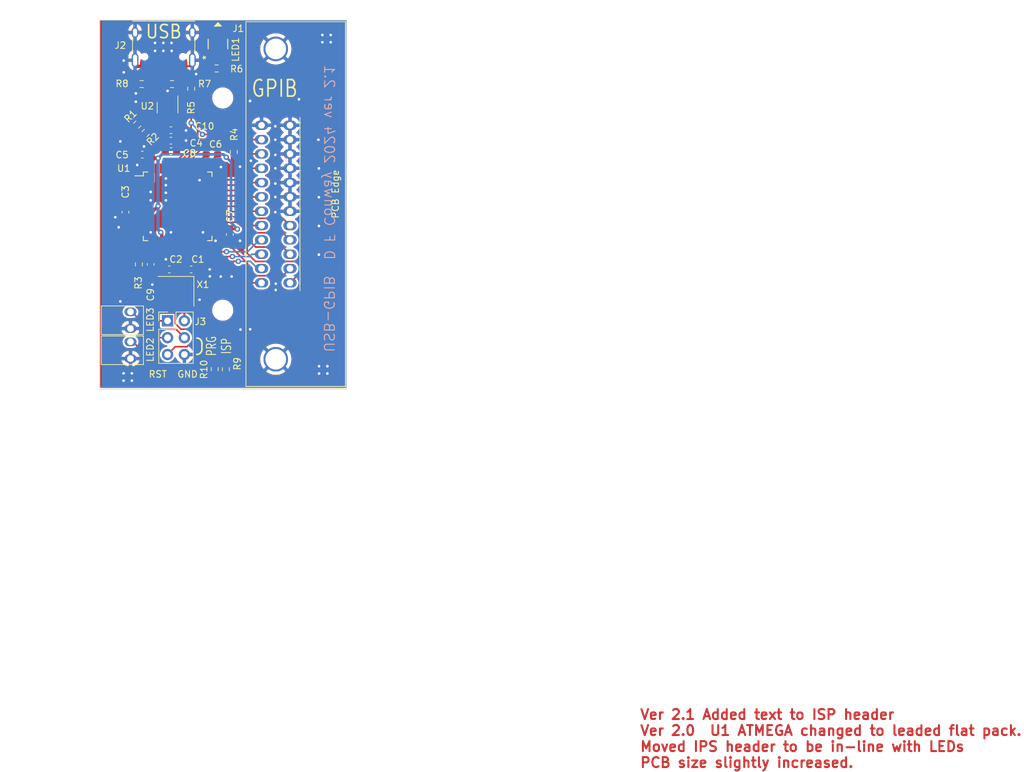
<source format=kicad_pcb>
(kicad_pcb (version 20240108) (generator "pcbnew") (generator_version "8.0")
  (title_block (title "USB - GPIB Adapter") (date "26 June 2023") (rev "C"))
  (layers (0 "F.Cu" signal) (31 "B.Cu" signal) (34 "B.Paste" user) (35 "F.Paste" user) (36 "B.SilkS" user "B.Silkscreen") (37 "F.SilkS" user "F.Silkscreen") (38 "B.Mask" user) (39 "F.Mask" user) (44 "Edge.Cuts" user))
  (net 0 "")
  (net 1 "GND")
  (net 8 "USB_D-")
  (net 9 "USB_D+")
  (net 10 "UCAP")
  (net 11 "VBUS")
  (net 12 "~{RESET}")
  (net 13 "XTAL2")
  (net 14 "XTAL1")
  (net 15 "DIO1")
  (net 16 "DIO2")
  (net 17 "DIO3")
  (net 18 "DIO4")
  (net 19 "EOI")
  (net 20 "DAV")
  (net 21 "NRFD")
  (net 22 "NDAC")
  (net 23 "IFC")
  (net 24 "SRQ")
  (net 25 "ATN")
  (net 26 "DIO5")
  (net 27 "DIO6")
  (net 28 "DIO7")
  (net 29 "DIO8")
  (net 30 "REN")
  (net 31 "CIPO")
  (net 32 "SCLK")
  (net 33 "COPI")
  (net 38 "/LED_GRN")
  (net 39 "/LED_RED")
  (net 40 "LED_G")
  (net 41 "LED_R")
  (net 42 "USB_R+")
  (net 43 "USB_R-")
  (net 44 "/CC1")
  (net 45 "/CC2")
  (net 46 "/LED_GR")
  (net 47 "/LED_RD")
  (footprint "Capacitor_SMD:C_0603_1608Metric_Pad1.08x0.95mm_HandSolder" (layer "F.Cu") (at 106.934 101.854)
    (property "Reference" "C2")
    (property "Value" "22pF")
  )
  (footprint "Resistor_SMD:R_0603_1608Metric_Pad0.98x0.95mm_HandSolder" (layer "F.Cu") (at 113.792 116.8908 -90)
    (property "Reference" "R10")
    (property "Value" "470R")
  )
  (footprint "Capacitor_SMD:C_0603_1608Metric_Pad1.08x0.95mm_HandSolder" (layer "F.Cu") (at 113.375 84.5 180)
    (property "Reference" "C6")
    (property "Value" "100n")
  )
  (footprint "Resistor_SMD:R_0603_1608Metric_Pad0.98x0.95mm_HandSolder" (layer "F.Cu") (at 107.35 73.914 180)
    (property "Reference" "R7")
    (property "Value" "5k1")
  )
  (footprint "Resistor_SMD:R_0603_1608Metric_Pad0.98x0.95mm_HandSolder" (layer "F.Cu") (at 102.775 73.914 180)
    (property "Reference" "R8")
    (property "Value" "5k1")
  )
  (footprint "Resistor_SMD:R_0603_1608Metric_Pad0.98x0.95mm_HandSolder" (layer "F.Cu") (at 115.4684 116.8927 -90)
    (property "Reference" "R9")
    (property "Value" "470R")
  )
  (footprint "Capacitor_SMD:C_0603_1608Metric_Pad1.08x0.95mm_HandSolder" (layer "F.Cu") (at 102.87 84.55 180)
    (property "Reference" "C5")
    (property "Value" "100n")
  )
  (footprint "MountingHole:MountingHole_2.7mm_M2.5_DIN965" (layer "F.Cu") (at 115 108.0008)
    (property "Reference" "H1" (hide yes))
    (property "Value" "MountingHole")
  )
  (footprint "Resistor_SMD:R_0603_1608Metric_Pad0.98x0.95mm_HandSolder" (layer "F.Cu") (at 102.108 80.01 -135)
    (property "Reference" "R1")
    (property "Value" "22R")
  )
  (footprint "Package_QFP:TQFP-44_10x10mm_P0.8mm" (layer "F.Cu") (at 108.204 92.34)
    (property "Reference" "U1")
    (property "Value" "ATmega32U4-M")
  )
  (footprint "MountingHole:MountingHole_2.7mm_M2.5_DIN965" (layer "F.Cu") (at 115 75.9968)
    (property "Reference" "H2" (hide yes))
    (property "Value" "MountingHole")
  )
  (footprint "LED_THT:LED_D3.0_Horizontal_Dialight_Z5mm" (layer "F.Cu") (at 101.092 114.046 -90)
    (property "Reference" "LED2")
    (property "Value" "551-0207F")
  )
  (footprint "Capacitor_SMD:C_0603_1608Metric_Pad1.08x0.95mm_HandSolder" (layer "F.Cu") (at 107.188 82.44)
    (property "Reference" "C4")
    (property "Value" "10u")
  )
  (footprint "Resistor_SMD:R_0603_1608Metric_Pad0.98x0.95mm_HandSolder" (layer "F.Cu") (at 103.378 81.28 -135)
    (property "Reference" "R2")
    (property "Value" "22R")
  )
  (footprint "Capacitor_SMD:C_0603_1608Metric_Pad1.08x0.95mm_HandSolder" (layer "F.Cu") (at 107.188 84.02)
    (property "Reference" "C8")
    (property "Value" "100n")
  )
  (footprint "Resistor_SMD:R_0603_1608Metric_Pad0.98x0.95mm_HandSolder" (layer "F.Cu") (at 114.075 71.55)
    (property "Reference" "R6")
    (property "Value" "470R")
  )
  (footprint "Connector_USB:USB_C_Receptacle_HRO_TYPE-C-31-M-12" (layer "F.Cu") (at 106.1 67.175 180)
    (property "Reference" "J2")
    (property "Value" "USB_C_Receptacle_USB2.0")
  )
  (footprint "LED_THT:LED_D3.0_Horizontal_Dialight_Z5mm" (layer "F.Cu") (at 101.092 109.52 -90)
    (property "Reference" "LED3")
    (property "Value" "551-0407F")
  )
  (footprint "myfootprints:112-024-113R001" (layer "F.Cu") (at 123 92 90)
    (property "Reference" "J1")
    (property "Value" "Conn_02x12_Top_Bottom_Shielded")
  )
  (footprint "Capacitor_SMD:C_0603_1608Metric_Pad1.08x0.95mm_HandSolder" (layer "F.Cu") (at 116.078 96.59 -90)
    (property "Reference" "C7")
    (property "Value" "100n")
  )
  (footprint "Capacitor_SMD:C_0603_1608Metric_Pad1.08x0.95mm_HandSolder" (layer "F.Cu") (at 110.236 101.854 180)
    (property "Reference" "C1")
    (property "Value" "22pF")
  )
  (footprint "LED_SMD:HSMF-C155" (layer "F.Cu") (at 114.28 67.87 90)
    (property "Reference" "LED1")
    (property "Value" "HSMF-C155" (hide yes))
  )
  (footprint "Capacitor_SMD:C_0603_1608Metric_Pad1.08x0.95mm_HandSolder" (layer "F.Cu") (at 107.188 80.86)
    (property "Reference" "C10")
    (property "Value" "100n")
  )
  (footprint "Package_TO_SOT_SMD:SOT-23-6" (layer "F.Cu") (at 106.68 77.47 -90)
    (property "Reference" "U2")
    (property "Value" "USBLC6-4SC6")
  )
  (footprint "Crystal:Crystal_SMD_3225-4Pin_3.2x2.5mm_HandSoldering" (layer "F.Cu") (at 107.95 105.156 180)
    (property "Reference" "X1")
    (property "Value" "Crystal | 16MHz")
  )
  (footprint "Capacitor_SMD:C_0603_1608Metric_Pad1.08x0.95mm_HandSolder" (layer "F.Cu") (at 104.14 101.092 -90)
    (property "Reference" "C9")
    (property "Value" "100n")
  )
  (footprint "Connector_PinHeader_2.54mm:PinHeader_2x03_P2.54mm_Vertical" (layer "F.Cu") (at 106.68 109.601)
    (property "Reference" "J3")
    (property "Value" "AVR-ISP-6")
  )
  (footprint "Resistor_SMD:R_0603_1608Metric_Pad0.98x0.95mm_HandSolder" (layer "F.Cu") (at 102.362 101.092 90)
    (property "Reference" "R3")
    (property "Value" "2k2")
  )
  (footprint "Capacitor_SMD:C_0603_1608Metric_Pad1.08x0.95mm_HandSolder" (layer "F.Cu") (at 100.33 93.218 -90)
    (property "Reference" "C3")
    (property "Value" "1u")
  )
  (footprint "Resistor_SMD:R_0603_1608Metric_Pad0.98x0.95mm_HandSolder" (layer "F.Cu") (at 116.675 84.15 -90)
    (property "Reference" "R4")
    (property "Value" "100k")
  )
  (footprint "Resistor_SMD:R_0603_1608Metric_Pad0.98x0.95mm_HandSolder" (layer "F.Cu") (at 110.25 74.6 90)
    (property "Reference" "R5")
    (property "Value" "470R")
  )
  (gr_arc (start 111.861472 113.894096) (mid 111.633015 114.445639) (end 111.081472 114.674096) (stroke (width 0.25)) (layer "F.SilkS"))
  (gr_arc (start 111.101472 112.198704) (mid 111.64022 112.434097) (end 111.861728 112.978704) (stroke (width 0.25)) (layer "F.SilkS"))
  (gr_line (start 111.861728 112.978704) (end 111.861472 113.894096) (stroke (width 0.25)) (layer "F.SilkS"))
  (gr_rect (start 96.4595 64.262) (end 133.6645 119.888) (stroke (width 0.1)) (fill none) (layer "Edge.Cuts"))
  (gr_text "Ver 2.1 Added text to ISP header\nVer 2.0  U1 ATMEGA changed to leaded flat pack.\nMoved IPS header to be in-line with LEDs\nPCB size slightly increased." (at 177.8 172.593 0) (layer "F.Cu") (effects (font (size 1.5 1.5) (thickness 0.3)) (justify left)))
  (gr_text "D F Conway 2024 ver 2.1" (at 131.064 85.6996 270) (layer "B.SilkS") (effects (font (size 1.5 1.5)) (justify mirror)))
  (gr_text "USB-GPIB" (at 131.0132 108.5596 -90) (layer "B.SilkS") (effects (font (size 1.5 1.5)) (justify mirror)))
  (gr_text "GPIB" (at 122.825 74.575 0) (layer "F.SilkS") (effects (font (size 2.5 2) (thickness 0.25))))
  (gr_text "USB" (at 106.1 66 0) (layer "F.SilkS") (effects (font (size 2 1.8) (thickness 0.25))))
  (gr_text "RST" (at 103.759 118.237 0) (layer "F.SilkS") (effects (font (size 1 1)) (justify left bottom)))
  (gr_text "GND" (at 108.077 118.237 0) (layer "F.SilkS") (effects (font (size 1 1)) (justify left bottom)))
  (gr_text "PRG\nISP" (at 114.427 113.411 90) (layer "F.SilkS") (effects (font (size 1.4 1))))
  (segment (start 113.075 102.885) (end 113.06 102.9) (width 0.3) (layer "F.Cu") (net 1))
  (segment (start 102.85 71.22) (end 101.78 71.22) (width 0.3) (layer "F.Cu") (net 1))
  (segment (start 101.8625 73.725) (end 101.9 73.7625) (width 0.25) (layer "F.Cu") (net 1))
  (segment (start 111.404 85.6085) (end 112.5125 84.5) (width 0.25) (layer "F.Cu") (net 1))
  (segment (start 106.68 76.3775) (end 106.67 76.3875) (width 0.25) (layer "F.Cu") (net 1))
  (segment (start 109.35 71.22) (end 110.42 71.22) (width 0.3) (layer "F.Cu") (net 1))
  (segment (start 111.404 86.64) (end 111.404 85.6085) (width 0.25) (layer "F.Cu") (net 1))
  (segment (start 106.68 74.93) (end 106.4375 74.6875) (width 0.25) (layer "F.Cu") (net 1))
  (segment (start 110.42 71.22) (end 110.42 70.305) (width 0.3) (layer "F.Cu") (net 1))
  (segment (start 101.9 73.7625) (end 101.9 75.3125) (width 0.25) (layer "F.Cu") (net 1))
  (segment (start 101.78 71.22) (end 101.78 70.305) (width 0.3) (layer "F.Cu") (net 1))
  (segment (start 106.4375 74.6875) (end 106.4375 73.7) (width 0.25) (layer "F.Cu") (net 1))
  (via (at 101.9 75.3125) (size 0.8) (drill 0.4) (layers "F.Cu" "B.Cu") (net 1))
  (via (at 106.68 74.93) (size 0.8) (drill 0.4) (layers "F.Cu" "B.Cu") (net 1))
  (via (at 122.936 88.9) (size 0.8) (drill 0.4) (layers "F.Cu" "B.Cu") (net 1))
  (via (at 129.5 95.3) (size 0.8) (drill 0.4) (layers "F.Cu" "B.Cu") (net 1))
  (via (at 131.275 67.6) (size 0.8) (drill 0.4) (layers "F.Cu" "B.Cu") (net 1))
  (via (at 130.775 117.55) (size 0.8) (drill 0.4) (layers "F.Cu" "B.Cu") (net 1))
  (via (at 100.076 70.358) (size 0.8) (drill 0.4) (layers "F.Cu" "B.Cu") (net 1))
  (via (at 104.8 67.7) (size 0.8) (drill 0.4) (layers "F.Cu" "B.Cu") (net 1))
  (via (at 99.314 95.504) (size 0.8) (drill 0.4) (layers "F.Cu" "B.Cu") (net 1))
  (via (at 106.426 100.33) (size 0.8) (drill 0.4) (layers "F.Cu" "B.Cu") (net 1))
  (via (at 107.275 67.7) (size 0.8) (drill 0.4) (layers "F.Cu" "B.Cu") (net 1))
  (via (at 109.474 82.42) (size 0.8) (drill 0.4) (layers "F.Cu" "B.Cu") (net 1))
  (via (at 114.73 86.41) (size 0.8) (drill 0.4) (layers "F.Cu" "B.Cu") (net 1))
  (via (at 129.525 116.45) (size 0.8) (drill 0.4) (layers "F.Cu" "B.Cu") (net 1))
  (via (at 106.05 67.7) (size 0.8) (drill 0.4) (layers "F.Cu" "B.Cu") (net 1))
  (via (at 103.124 83.312) (size 0.8) (drill 0.4) (layers "F.Cu" "B.Cu") (net 1))
  (via (at 113.919 97.536) (size 0.8) (drill 0.4) (layers "F.Cu" "B.Cu") (net 1))
  (via (at 106.05 68.9) (size 0.8) (drill 0.4) (layers "F.Cu" "B.Cu") (net 1))
  (via (at 122.936 84.582) (size 0.8) (drill 0.4) (layers "F.Cu" "B.Cu") (net 1))
  (via (at 106.426 88.138) (size 0.8) (drill 0.4) (layers "F.Cu" "B.Cu") (net 1))
  (via (at 122.936 90.932) (size 0.8) (drill 0.4) (layers "F.Cu" "B.Cu") (net 1))
  (via (at 106.426 90.297) (size 0.8) (drill 0.4) (layers "F.Cu" "B.Cu") (net 1))
  (via (at 100.05 117.525) (size 0.8) (drill 0.4) (layers "F.Cu" "B.Cu") (net 1))
  (via (at 130.025 66.5) (size 0.8) (drill 0.4) (layers "F.Cu" "B.Cu") (net 1))
  (via (at 112.014 96.266) (size 0.8) (drill 0.4) (layers "F.Cu" "B.Cu") (net 1))
  (via (at 100.076 72.136) (size 0.8) (drill 0.4) (layers "F.Cu" "B.Cu") (net 1))
  (via (at 110.998 72.39) (size 0.8) (drill 0.4) (layers "F.Cu" "B.Cu") (net 1))
  (via (at 104.8 68.9) (size 0.8) (drill 0.4) (layers "F.Cu" "B.Cu") (net 1))
  (via (at 129.5 86.625) (size 0.8) (drill 0.4) (layers "F.Cu" "B.Cu") (net 1))
  (via (at 99.568 106.68) (size 0.8) (drill 0.4) (layers "F.Cu" "B.Cu") (net 1))
  (via (at 119.253 85.471) (size 0.8) (drill 0.4) (layers "F.Cu" "B.Cu") (net 1))
  (via (at 101.3 117.525) (size 0.8) (drill 0.4) (layers "F.Cu" "B.Cu") (net 1))
  (via (at 126.492 76.2) (size 0.8) (drill 0.4) (layers "F.Cu" "B.Cu") (net 1))
  (via (at 113.06 102.9) (size 0.8) (drill 0.4) (layers "F.Cu" "B.Cu") (net 1))
  (via (at 107.188 96.266) (size 0.8) (drill 0.4) (layers "F.Cu" "B.Cu") (net 1))
  (via (at 101.9 76.5625) (size 0.8) (drill 0.4) (layers "F.Cu" "B.Cu") (net 1))
  (via (at 114.7 102.925) (size 0.8) (drill 0.4) (layers "F.Cu" "B.Cu") (net 1))
  (via (at 123 104) (size 0.8) (drill 0.4) (layers "F.Cu" "B.Cu") (net 1))
  (via (at 122.936 93.218) (size 0.8) (drill 0.4) (layers "F.Cu" "B.Cu") (net 1))
  (via (at 119.14 110.88) (size 0.8) (drill 0.4) (layers "F.Cu" "B.Cu") (net 1))
  (via (at 122.936 86.614) (size 0.8) (drill 0.4) (layers "F.Cu" "B.Cu") (net 1))
  (via (at 104.14 96.266) (size 0.8) (drill 0.4) (layers "F.Cu" "B.Cu") (net 1))
  (via (at 122.936 80.264) (size 0.8) (drill 0.4) (layers "F.Cu" "B.Cu") (net 1))
  (via (at 116.332 102.925) (size 0.8) (drill 0.4) (layers "F.Cu" "B.Cu") (net 1))
  (via (at 106.426 91.44) (size 0.8) (drill 0.4) (layers "F.Cu" "B.Cu") (net 1))
  (via (at 104.14 90.17) (size 0.8) (drill 0.4) (layers "F.Cu" "B.Cu") (net 1))
  (via (at 106.426 89.154) (size 0.8) (drill 0.4) (layers "F.Cu" "B.Cu") (net 1))
  (via (at 117.602 86.36) (size 0.8) (drill 0.4) (layers "F.Cu" "B.Cu") (net 1))
  (via (at 100.05 118.625) (size 0.8) (drill 0.4) (layers "F.Cu" "B.Cu") (net 1))
  (via (at 101.3 118.625) (size 0.8) (drill 0.4) (layers "F.Cu" "B.Cu") (net 1))
  (via (at 99.568 82.55) (size 0.8) (drill 0.4) (layers "F.Cu" "B.Cu") (net 1))
  (via (at 111.506 106.426) (size 0.8) (drill 0.4) (layers "F.Cu" "B.Cu") (net 1))
  (via (at 122.99 104.95) (size 0.8) (drill 0.4) (layers "F.Cu" "B.Cu") (net 1))
  (via (at 131.275 66.5) (size 0.8) (drill 0.4) (layers "F.Cu" "B.Cu") (net 1))
  (via (at 117.68 110.92) (size 0.8) (drill 0.4) (layers "F.Cu" "B.Cu") (net 1))
  (via (at 113.03 101.854) (size 0.8) (drill 0.4) (layers "F.Cu" "B.Cu") (net 1))
  (via (at 111.506 88.392) (size 0.8) (drill 0.4) (layers "F.Cu" "B.Cu") (net 1))
  (via (at 117.602 97.536) (size 0.8) (drill 0.4) (layers "F.Cu" "B.Cu") (net 1))
  (via (at 129.525 117.55) (size 0.8) (drill 0.4) (layers "F.Cu" "B.Cu") (net 1))
  (via (at 129.5 90.975) (size 0.8) (drill 0.4) (layers "F.Cu" "B.Cu") (net 1))
  (via (at 102.108 86.106) (size 0.8) (drill 0.4) (layers "F.Cu" "B.Cu") (net 1))
  (via (at 130.775 116.45) (size 0.8) (drill 0.4) (layers "F.Cu" "B.Cu") (net 1))
  (via (at 109.474 80.9) (size 0.8) (drill 0.4) (layers "F.Cu" "B.Cu") (net 1))
  (via (at 98.806 93.98) (size 0.8) (drill 0.4) (layers "F.Cu" "B.Cu") (net 1))
  (via (at 119.126 76.454) (size 0.8) (drill 0.4) (layers "F.Cu" "B.Cu") (net 1))
  (via (at 130.025 67.6) (size 0.8) (drill 0.4) (layers "F.Cu" "B.Cu") (net 1))
  (via (at 122.936 82.296) (size 0.8) (drill 0.4) (layers "F.Cu" "B.Cu") (net 1))
  (via (at 107.3 68.9) (size 0.8) (drill 0.4) (layers "F.Cu" "B.Cu") (net 1))
  (via (at 129.425 82.296) (size 0.8) (drill 0.4) (layers "F.Cu" "B.Cu") (net 1))
  (via (at 104.14 91.44) (size 0.8) (drill 0.4) (layers "F.Cu" "B.Cu") (net 1))
  (via (at 129.5 99.625) (size 0.8) (drill 0.4) (layers "F.Cu" "B.Cu") (net 1))
  (via (at 104.394 104.14) (size 0.8) (drill 0.4) (layers "F.Cu" "B.Cu") (net 1))
  (segment (start 100.476 89.242314) (end 101.173686 89.94) (width 0.2) (layer "F.Cu") (net 8))
  (segment (start 101.173686 89.94) (end 102.504 89.94) (width 0.2) (layer "F.Cu") (net 8))
  (segment (start 100.476 84.182) (end 100.476 89.242314) (width 0.2) (layer "F.Cu") (net 8))
  (segment (start 102.732765 81.925235) (end 100.476 84.182) (width 0.2) (layer "F.Cu") (net 8))
  (segment (start 100.076 89.407999) (end 100.076 84.016314) (width 0.2) (layer "F.Cu") (net 9))
  (segment (start 100.838 83.254314) (end 100.838 81.28) (width 0.2) (layer "F.Cu") (net 9))
  (segment (start 102.504 90.74) (end 101.408 90.74) (width 0.2) (layer "F.Cu") (net 9))
  (segment (start 101.408 90.74) (end 100.076 89.407999) (width 0.2) (layer "F.Cu") (net 9))
  (segment (start 100.076 84.016314) (end 100.838 83.254314) (width 0.2) (layer "F.Cu") (net 9))
  (segment (start 100.838 81.28) (end 101.462765 80.655235) (width 0.2) (layer "F.Cu") (net 9))
  (segment (start 102.504 92.34) (end 100.3455 92.34) (width 0.3) (layer "F.Cu") (net 10))
  (segment (start 100.3455 92.34) (end 100.33 92.3555) (width 0.3) (layer "F.Cu") (net 10))
  (segment (start 108.55 72.2) (end 108.55 71.22) (width 0.5) (layer "F.Cu") (net 11))
  (segment (start 116.110362 95.759862) (end 115.8905 95.54) (width 0.4) (layer "F.Cu") (net 11))
  (segment (start 105.804 96.406) (end 105.664 96.266) (width 0.5) (layer "F.Cu") (net 11))
  (segment (start 103.65 70.575) (end 104.5 69.725) (width 0.25) (layer "F.Cu") (net 11))
  (segment (start 106.3255 82.44) (end 106.3255 84.02) (width 0.5) (layer "F.Cu") (net 11))
  (segment (start 105.157 107.951) (end 108.713 107.951) (width 0.3) (layer "F.Cu") (net 11))
  (segment (start 108.713 107.951) (end 109.22 108.458) (width 0.3) (layer "F.Cu") (net 11))
  (segment (start 104.204 86.64) (end 104.204 85.64) (width 0.5) (layer "F.Cu") (net 11))
  (segment (start 104.754 85.09) (end 105.25 85.09) (width 0.5) (layer "F.Cu") (net 11))
  (segment (start 104.204 85.64) (end 104.754 85.09) (width 0.5) (layer "F.Cu") (net 11))
  (segment (start 102.362 105.156) (end 105.157 107.951) (width 0.3) (layer "F.Cu") (net 11))
  (segment (start 104.14 100.2295) (end 104.7485 100.2295) (width 0.3) (layer "F.Cu") (net 11))
  (segment (start 112.204 86.5335) (end 114.2375 84.5) (width 0.25) (layer "F.Cu") (net 11))
  (segment (start 105.25 85.09) (end 105.2555 85.09) (width 0.4) (layer "F.Cu") (net 11))
  (segment (start 104.406 93.14) (end 105.25 92.296) (width 0.5) (layer "F.Cu") (net 11))
  (segment (start 106.68 78.6075) (end 106.68 79.72) (width 0.5) (layer "F.Cu") (net 11))
  (segment (start 105.804 99.174) (end 105.804 98.04) (width 0.3) (layer "F.Cu") (net 11))
  (segment (start 115.5375 84.9375) (end 115.1 84.5) (width 0.4) (layer "F.Cu") (net 11))
  (segment (start 102.362 102.0045) (end 102.365 102.0045) (width 0.25) (layer "F.Cu") (net 11))
  (segment (start 117.210076 95.759862) (end 116.110362 95.759862) (width 0.4) (layer "F.Cu") (net 11))
  (segment (start 102.504 93.14) (end 104.406 93.14) (width 0.5) (layer "F.Cu") (net 11))
  (segment (start 109.25 79.218) (end 109.25 72.9) (width 0.5) (layer "F.Cu") (net 11))
  (segment (start 115.8905 95.54) (end 113.904 95.54) (width 0.4) (layer "F.Cu") (net 11))
  (segment (start 103.65 71.22) (end 103.65 70.575) (width 0.25) (layer "F.Cu") (net 11))
  (segment (start 104.902 85.09) (end 104.362 84.55) (width 0.4) (layer "F.Cu") (net 11))
  (segment (start 106.68 79.72) (end 108.748 79.72) (width 0.5) (layer "F.Cu") (net 11))
  (segment (start 102.365 102.0045) (end 104.14 100.2295) (width 0.3) (layer "F.Cu") (net 11))
  (segment (start 102.362 102.0045) (end 102.362 105.156) (width 0.3) (layer "F.Cu") (net 11))
  (segment (start 104.5 69.725) (end 107.7 69.725) (width 0.25) (layer "F.Cu") (net 11))
  (segment (start 106.3255 80.1105) (end 106.3255 80.86) (width 0.5) (layer "F.Cu") (net 11))
  (segment (start 105.25 85.09) (end 104.902 85.09) (width 0.4) (layer "F.Cu") (net 11))
  (segment (start 108.55 70.575) (end 108.55 71.22) (width 0.25) (layer "F.Cu") (net 11))
  (segment (start 106.3255 80.86) (end 106.3255 82.44) (width 0.5) (layer "F.Cu") (net 11))
  (segment (start 105.804 98.04) (end 105.804 96.406) (width 0.5) (layer "F.Cu") (net 11))
  (segment (start 103.646 89.14) (end 104.204 88.582) (width 0.5) (layer "F.Cu") (net 11))
  (segment (start 115.1 84.5) (end 114.2375 84.5) (width 0.4) (layer "F.Cu") (net 11))
  (segment (start 107.7 69.725) (end 108.55 70.575) (width 0.25) (layer "F.Cu") (net 11))
  (segment (start 105.2555 85.09) (end 106.3255 84.02) (width 0.4) (layer "F.Cu") (net 11))
  (segment (start 104.7485 100.2295) (end 105.804 99.174) (width 0.3) (layer "F.Cu") (net 11))
  (segment (start 106.68 79.72) (end 106.68 79.756) (width 0.5) (layer "F.Cu") (net 11))
  (segment (start 104.204 88.582) (end 104.204 86.64) (width 0.5) (layer "F.Cu") (net 11))
  (segment (start 104.362 84.55) (end 103.7325 84.55) (width 0.4) (layer "F.Cu") (net 11))
  (segment (start 109.25 72.9) (end 108.55 72.2) (width 0.5) (layer "F.Cu") (net 11))
  (segment (start 108.748 79.72) (end 109.25 79.218) (width 0.5) (layer "F.Cu") (net 11))
  (segment (start 112.204 86.64) (end 112.204 86.5335) (width 0.25) (layer "F.Cu") (net 11))
  (segment (start 102.504 89.14) (end 103.646 89.14) (width 0.5) (layer "F.Cu") (net 11))
  (segment (start 106.68 79.756) (end 106.3255 80.1105) (width 0.5) (layer "F.Cu") (net 11))
  (segment (start 109.22 108.458) (end 109.22 109.601) (width 0.3) (layer "F.Cu") (net 11))
  (via (at 105.25 92.296) (size 0.8) (drill 0.4) (layers "F.Cu" "B.Cu") (net 11))
  (via (at 105.664 96.266) (size 0.8) (drill 0.4) (layers "F.Cu" "B.Cu") (net 11))
  (via (at 117.210076 95.759862) (size 0.8) (drill 0.4) (layers "F.Cu" "B.Cu") (net 11))
  (via (at 115.5375 84.9375) (size 0.8) (drill 0.4) (layers "F.Cu" "B.Cu") (net 11))
  (via (at 105.25 85.09) (size 0.8) (drill 0.4) (layers "F.Cu" "B.Cu") (net 11))
  (segment (start 105.25 92.296) (end 105.25 95.852) (width 0.5) (layer "B.Cu") (net 11))
  (segment (start 116.25 85.65) (end 115.5375 84.9375) (width 0.4) (layer "B.Cu") (net 11))
  (segment (start 117.210076 95.759862) (end 116.25 94.799786) (width 0.4) (layer "B.Cu") (net 11))
  (segment (start 105.25 95.852) (end 105.664 96.266) (width 0.5) (layer "B.Cu") (net 11))
  (segment (start 105.25 85.09) (end 105.84 84.5) (width 0.4) (layer "B.Cu") (net 11))
  (segment (start 116.25 94.799786) (end 116.25 85.65) (width 0.4) (layer "B.Cu") (net 11))
  (segment (start 105.84 84.5) (end 115.1 84.5) (width 0.4) (layer "B.Cu") (net 11))
  (segment (start 105.25 85.09) (end 105.25 92.296) (width 0.5) (layer "B.Cu") (net 11))
  (segment (start 115.1 84.5) (end 115.5375 84.9375) (width 0.4) (layer "B.Cu") (net 11))
  (segment (start 107.855 108.426) (end 107.855 110.014) (width 0.25) (layer "F.Cu") (net 12))
  (segment (start 101.346 104.900604) (end 104.871396 108.426) (width 0.25) (layer "F.Cu") (net 12))
  (segment (start 104.595 99.367) (end 105.004 98.958) (width 0.25) (layer "F.Cu") (net 12))
  (segment (start 108.712 110.871) (end 109.733351 110.871) (width 0.25) (layer "F.Cu") (net 12))
  (segment (start 103.124 99.367) (end 104.595 99.367) (width 0.25) (layer "F.Cu") (net 12))
  (segment (start 104.871396 108.426) (end 107.855 108.426) (width 0.25) (layer "F.Cu") (net 12))
  (segment (start 105.004 98.958) (end 105.004 98.04) (width 0.25) (layer "F.Cu") (net 12))
  (segment (start 107.855 113.506) (end 106.68 114.681) (width 0.25) (layer "F.Cu") (net 12))
  (segment (start 107.855 110.014) (end 108.712 110.871) (width 0.25) (layer "F.Cu") (net 12))
  (segment (start 109.733351 110.871) (end 110.49 111.627649) (width 0.25) (layer "F.Cu") (net 12))
  (segment (start 102.362 100.1795) (end 102.362 100.129) (width 0.25) (layer "F.Cu") (net 12))
  (segment (start 102.362 100.1795) (end 102.362 100.203) (width 0.25) (layer "F.Cu") (net 12))
  (segment (start 109.633 113.506) (end 107.855 113.506) (width 0.25) (layer "F.Cu") (net 12))
  (segment (start 110.49 111.627649) (end 110.49 112.649) (width 0.25) (layer "F.Cu") (net 12))
  (segment (start 102.362 100.203) (end 101.346 101.219) (width 0.25) (layer "F.Cu") (net 12))
  (segment (start 101.346 101.219) (end 101.346 104.900604) (width 0.25) (layer "F.Cu") (net 12))
  (segment (start 102.362 100.129) (end 103.124 99.367) (width 0.25) (layer "F.Cu") (net 12))
  (segment (start 110.49 112.649) (end 109.633 113.506) (width 0.25) (layer "F.Cu") (net 12))
  (segment (start 106.5 106.306) (end 106.8 106.306) (width 0.25) (layer "F.Cu") (net 13))
  (segment (start 107.95 102.0075) (end 107.7965 101.854) (width 0.25) (layer "F.Cu") (net 13))
  (segment (start 106.8 106.306) (end 107.95 105.156) (width 0.25) (layer "F.Cu") (net 13))
  (segment (start 107.95 105.156) (end 107.95 102.0075) (width 0.25) (layer "F.Cu") (net 13))
  (segment (start 107.7965 100.331) (end 107.7965 101.854) (width 0.25) (layer "F.Cu") (net 13))
  (segment (start 107.404 99.9385) (end 107.7965 100.331) (width 0.25) (layer "F.Cu") (net 13))
  (segment (start 107.404 98.04) (end 107.404 99.9385) (width 0.25) (layer "F.Cu") (net 13))
  (segment (start 109.3735 103.9795) (end 109.4 104.006) (width 0.25) (layer "F.Cu") (net 14))
  (segment (start 109.3735 100.7375) (end 109.3735 101.854) (width 0.25) (layer "F.Cu") (net 14))
  (segment (start 108.204 99.568) (end 109.3735 100.7375) (width 0.25) (layer "F.Cu") (net 14))
  (segment (start 108.204 98.04) (end 108.204 99.568) (width 0.25) (layer "F.Cu") (net 14))
  (segment (start 109.3735 101.854) (end 109.3735 103.9795) (width 0.25) (layer "F.Cu") (net 14))
  (segment (start 109.004 99.098) (end 109.004 98.04) (width 0.25) (layer "F.Cu") (net 15))
  (segment (start 120.855 103.88) (end 119.374 103.88) (width 0.25) (layer "F.Cu") (net 15))
  (segment (start 114.922957 101.092) (end 114.367604 100.536647) (width 0.25) (layer "F.Cu") (net 15))
  (segment (start 110.442647 100.536647) (end 109.004 99.098) (width 0.25) (layer "F.Cu") (net 15))
  (segment (start 119.374 103.88) (end 116.586 101.092) (width 0.25) (layer "F.Cu") (net 15))
  (segment (start 114.367604 100.536647) (end 110.442647 100.536647) (width 0.25) (layer "F.Cu") (net 15))
  (segment (start 116.586 101.092) (end 114.922957 101.092) (width 0.25) (layer "F.Cu") (net 15))
  (segment (start 114.554 100.086647) (end 110.754647 100.086647) (width 0.25) (layer "F.Cu") (net 16))
  (segment (start 115.103 100.635647) (end 114.554 100.086647) (width 0.25) (layer "F.Cu") (net 16))
  (segment (start 109.804 99.136) (end 109.804 98.04) (width 0.25) (layer "F.Cu") (net 16))
  (segment (start 117.348 100.635647) (end 115.103 100.635647) (width 0.25) (layer "F.Cu") (net 16))
  (segment (start 110.754647 100.086647) (end 109.804 99.136) (width 0.25) (layer "F.Cu") (net 16))
  (via (at 117.348 100.635647) (size 0.8) (drill 0.4) (layers "F.Cu" "B.Cu") (net 16))
  (segment (start 120.262 101.72) (end 120.855 101.72) (width 0.25) (layer "B.Cu") (net 16))
  (segment (start 117.348 100.635647) (end 119.177647 100.635647) (width 0.25) (layer "B.Cu") (net 16))
  (segment (start 119.177647 100.635647) (end 120.262 101.72) (width 0.25) (layer "B.Cu") (net 16))
  (segment (start 116.459355 99.911147) (end 116.459855 99.911647) (width 0.25) (layer "F.Cu") (net 17))
  (segment (start 111.066647 99.636647) (end 110.604 99.174) (width 0.25) (layer "F.Cu") (net 17))
  (segment (start 115.142342 99.911647) (end 114.867342 99.636647) (width 0.25) (layer "F.Cu") (net 17))
  (segment (start 110.604 99.174) (end 110.604 98.04) (width 0.25) (layer "F.Cu") (net 17))
  (segment (start 116.459855 99.911647) (end 115.142342 99.911647) (width 0.25) (layer "F.Cu") (net 17))
  (segment (start 114.867342 99.636647) (end 111.066647 99.636647) (width 0.25) (layer "F.Cu") (net 17))
  (via (at 116.459355 99.911147) (size 0.8) (drill 0.4) (layers "F.Cu" "B.Cu") (net 17))
  (segment (start 116.459355 99.911147) (end 119.036853 99.911147) (width 0.25) (layer "B.Cu") (net 17))
  (segment (start 119.036853 99.911147) (end 119.388 99.56) (width 0.25) (layer "B.Cu") (net 17))
  (segment (start 119.388 99.56) (end 120.855 99.56) (width 0.25) (layer "B.Cu") (net 17))
  (segment (start 115.57 99.186647) (end 111.632647 99.186647) (width 0.25) (layer "F.Cu") (net 18))
  (segment (start 111.404 98.958) (end 111.404 98.04) (width 0.25) (layer "F.Cu") (net 18))
  (segment (start 111.632647 99.186647) (end 111.404 98.958) (width 0.25) (layer "F.Cu") (net 18))
  (via (at 115.57 99.186647) (size 0.8) (drill 0.4) (layers "F.Cu" "B.Cu") (net 18))
  (segment (start 118.745353 99.186647) (end 120.532 97.4) (width 0.25) (layer "B.Cu") (net 18))
  (segment (start 120.532 97.4) (end 120.855 97.4) (width 0.25) (layer "B.Cu") (net 18))
  (segment (start 115.57 99.186647) (end 118.745353 99.186647) (width 0.25) (layer "B.Cu") (net 18))
  (segment (start 119.624 95.24) (end 120.855 95.24) (width 0.25) (layer "F.Cu") (net 19))
  (segment (start 116.724 92.34) (end 119.624 95.24) (width 0.25) (layer "F.Cu") (net 19))
  (segment (start 113.904 92.34) (end 116.724 92.34) (width 0.25) (layer "F.Cu") (net 19))
  (segment (start 113.904 90.74) (end 117.030396 90.74) (width 0.25) (layer "F.Cu") (net 20))
  (segment (start 119.370396 93.08) (end 120.83 93.08) (width 0.25) (layer "F.Cu") (net 20))
  (segment (start 117.030396 90.74) (end 119.370396 93.08) (width 0.25) (layer "F.Cu") (net 20))
  (segment (start 113.904 89.94) (end 118.134 89.94) (width 0.25) (layer "F.Cu") (net 21))
  (segment (start 118.134 89.94) (end 119.114 90.92) (width 0.25) (layer "F.Cu") (net 21))
  (segment (start 119.114 90.92) (end 120.855 90.92) (width 0.25) (layer "F.Cu") (net 21))
  (segment (start 118.886 89.14) (end 113.904 89.14) (width 0.25) (layer "F.Cu") (net 22))
  (segment (start 119.266 88.76) (end 118.886 89.14) (width 0.25) (layer "F.Cu") (net 22))
  (segment (start 120.855 88.76) (end 119.266 88.76) (width 0.25) (layer "F.Cu") (net 22))
  (segment (start 119.265604 86.6) (end 120.855 86.6) (width 0.25) (layer "F.Cu") (net 23))
  (segment (start 117.525604 88.34) (end 119.265604 86.6) (width 0.25) (layer "F.Cu") (net 23))
  (segment (start 113.904 88.34) (end 117.525604 88.34) (width 0.25) (layer "F.Cu") (net 23))
  (segment (start 110.604 84.853188) (end 111.757188 83.7) (width 0.25) (layer "F.Cu") (net 24))
  (segment (start 111.757188 83.7) (end 115.525 83.7) (width 0.25) (layer "F.Cu") (net 24))
  (segment (start 110.604 86.64) (end 110.604 84.853188) (width 0.25) (layer "F.Cu") (net 24))
  (segment (start 115.525 83.7) (end 115.925 84.1) (width 0.25) (layer "F.Cu") (net 24))
  (segment (start 119.5595 84.44) (end 120.855 84.44) (width 0.25) (layer "F.Cu") (net 24))
  (segment (start 115.925 84.1) (end 119.2195 84.1) (width 0.25) (layer "F.Cu") (net 24))
  (segment (start 119.2195 84.1) (end 119.5595 84.44) (width 0.25) (layer "F.Cu") (net 24))
  (segment (start 118.625 83.25) (end 116.6875 83.25) (width 0.25) (layer "F.Cu") (net 25))
  (segment (start 111.570792 83.25) (end 116.686396 83.25) (width 0.25) (layer "F.Cu") (net 25))
  (segment (start 119.595 82.28) (end 118.625 83.25) (width 0.25) (layer "F.Cu") (net 25))
  (segment (start 109.804 86.64) (end 109.804 85.016792) (width 0.25) (layer "F.Cu") (net 25))
  (segment (start 120.855 82.28) (end 119.595 82.28) (width 0.25) (layer "F.Cu") (net 25))
  (segment (start 116.6875 83.25) (end 116.675 83.2375) (width 0.25) (layer "F.Cu") (net 25))
  (segment (start 109.804 85.016792) (end 111.570792 83.25) (width 0.25) (layer "F.Cu") (net 25))
  (segment (start 126.175 100.65) (end 126.7 101.175) (width 0.25) (layer "F.Cu") (net 26))
  (segment (start 113.904 94.74) (end 117.214812 94.74) (width 0.25) (layer "F.Cu") (net 26))
  (segment (start 118.676 99.386) (end 119.94 100.65) (width 0.25) (layer "F.Cu") (net 26))
  (segment (start 117.214812 94.74) (end 118.676 96.201188) (width 0.25) (layer "F.Cu") (net 26))
  (segment (start 126.7 102.325) (end 125.145 103.88) (width 0.25) (layer "F.Cu") (net 26))
  (segment (start 126.7 101.175) (end 126.7 102.325) (width 0.25) (layer "F.Cu") (net 26))
  (segment (start 118.676 96.201188) (end 118.676 99.386) (width 0.25) (layer "F.Cu") (net 26))
  (segment (start 119.94 100.65) (end 126.175 100.65) (width 0.25) (layer "F.Cu") (net 26))
  (segment (start 119.97 102.8) (end 124.065 102.8) (width 0.25) (layer "F.Cu") (net 27))
  (segment (start 112.204 98.04) (end 112.772 98.04) (width 0.25) (layer "F.Cu") (net 27))
  (segment (start 113.193647 98.461647) (end 116.250952 98.461647) (width 0.25) (layer "F.Cu") (net 27))
  (segment (start 112.772 98.04) (end 113.193647 98.461647) (width 0.25) (layer "F.Cu") (net 27))
  (segment (start 116.250952 98.461647) (end 118.725 100.935695) (width 0.25) (layer "F.Cu") (net 27))
  (segment (start 124.065 102.8) (end 125.145 101.72) (width 0.25) (layer "F.Cu") (net 27))
  (segment (start 118.725 101.555) (end 119.97 102.8) (width 0.25) (layer "F.Cu") (net 27))
  (segment (start 118.725 100.935695) (end 118.725 101.555) (width 0.25) (layer "F.Cu") (net 27))
  (segment (start 119.126 97.648302) (end 119.952698 98.475) (width 0.25) (layer "F.Cu") (net 28))
  (segment (start 119.952698 98.475) (end 124.06 98.475) (width 0.25) (layer "F.Cu") (net 28))
  (segment (start 124.06 98.475) (end 125.145 99.56) (width 0.25) (layer "F.Cu") (net 28))
  (segment (start 119.126 96.014792) (end 119.126 97.648302) (width 0.25) (layer "F.Cu") (net 28))
  (segment (start 113.904 93.94) (end 117.051208 93.94) (width 0.25) (layer "F.Cu") (net 28))
  (segment (start 117.051208 93.94) (end 119.126 96.014792) (width 0.25) (layer "F.Cu") (net 28))
  (segment (start 120.072604 96.325) (end 124.07 96.325) (width 0.25) (layer "F.Cu") (net 29))
  (segment (start 116.887604 93.14) (end 120.072604 96.325) (width 0.25) (layer "F.Cu") (net 29))
  (segment (start 113.904 93.14) (end 116.887604 93.14) (width 0.25) (layer "F.Cu") (net 29))
  (segment (start 124.07 96.325) (end 125.145 97.4) (width 0.25) (layer "F.Cu") (net 29))
  (segment (start 116.94 91.54) (end 119.55 94.15) (width 0.25) (layer "F.Cu") (net 30))
  (segment (start 124.055 94.15) (end 125.145 95.24) (width 0.25) (layer "F.Cu") (net 30))
  (segment (start 113.904 91.54) (end 116.94 91.54) (width 0.25) (layer "F.Cu") (net 30))
  (segment (start 119.55 94.15) (end 124.055 94.15) (width 0.25) (layer "F.Cu") (net 30))
  (segment (start 101.526 96.34) (end 100.896 96.97) (width 0.25) (layer "F.Cu") (net 31))
  (segment (start 100.896 105.087) (end 105.41 109.601) (width 0.25) (layer "F.Cu") (net 31))
  (segment (start 102.504 96.34) (end 101.526 96.34) (width 0.25) (layer "F.Cu") (net 31))
  (segment (start 100.896 96.97) (end 100.896 105.087) (width 0.25) (layer "F.Cu") (net 31))
  (segment (start 105.41 109.601) (end 106.68 109.601) (width 0.25) (layer "F.Cu") (net 31))
  (segment (start 99.996 96.355305) (end 99.996 105.515142) (width 0.25) (layer "F.Cu") (net 32))
  (segment (start 105.283 112.141) (end 106.68 112.141) (width 0.25) (layer "F.Cu") (net 32))
  (segment (start 99.996 105.515142) (end 103.055 108.574142) (width 0.25) (layer "F.Cu") (net 32))
  (segment (start 103.055 108.574142) (end 103.055 109.913) (width 0.25) (layer "F.Cu") (net 32))
  (segment (start 102.504 94.74) (end 101.611305 94.74) (width 0.25) (layer "F.Cu") (net 32))
  (segment (start 103.055 109.913) (end 105.283 112.141) (width 0.25) (layer "F.Cu") (net 32))
  (segment (start 101.611305 94.74) (end 99.996 96.355305) (width 0.25) (layer "F.Cu") (net 32))
  (segment (start 100.446 105.328746) (end 103.505 108.387746) (width 0.25) (layer "F.Cu") (net 33))
  (segment (start 105.664 110.871) (end 107.95 110.871) (width 0.25) (layer "F.Cu") (net 33))
  (segment (start 100.446 96.658) (end 100.446 105.328746) (width 0.25) (layer "F.Cu") (net 33))
  (segment (start 101.564 95.54) (end 100.446 96.658) (width 0.25) (layer "F.Cu") (net 33))
  (segment (start 103.505 108.712) (end 105.664 110.871) (width 0.25) (layer "F.Cu") (net 33))
  (segment (start 102.504 95.54) (end 101.564 95.54) (width 0.25) (layer "F.Cu") (net 33))
  (segment (start 103.505 108.387746) (end 103.505 108.712) (width 0.25) (layer "F.Cu") (net 33))
  (segment (start 107.95 110.871) (end 109.22 112.141) (width 0.25) (layer "F.Cu") (net 33))
  (segment (start 113.58 69.62) (end 112.78 69.62) (width 0.25) (layer "F.Cu") (net 38))
  (segment (start 112.78 69.62) (end 112.2 70.2) (width 0.25) (layer "F.Cu") (net 38))
  (segment (start 112.2 72.763604) (end 111.276104 73.6875) (width 0.25) (layer "F.Cu") (net 38))
  (segment (start 112.2 70.2) (end 112.2 72.763604) (width 0.25) (layer "F.Cu") (net 38))
  (segment (start 111.276104 73.6875) (end 110.25 73.6875) (width 0.25) (layer "F.Cu") (net 38))
  (segment (start 114.9875 71.55) (end 114.9875 69.627499) (width 0.25) (layer "F.Cu") (net 39))
  (segment (start 114.9875 69.627499) (end 114.980001 69.62) (width 0.25) (layer "F.Cu") (net 39))
  (segment (start 119.761 77.47) (end 126.492 77.47) (width 0.25) (layer "F.Cu") (net 40))
  (segment (start 110.25 79.775) (end 110.25 75.5125) (width 0.25) (layer "F.Cu") (net 40))
  (segment (start 115.4684 115.9764) (end 115.4684 115.9802) (width 0.25) (layer "F.Cu") (net 40))
  (segment (start 120.4525 112.2575) (end 119.1873 112.2575) (width 0.25) (layer "F.Cu") (net 40))
  (segment (start 108.204 85.344) (end 110.236 83.312) (width 0.25) (layer "F.Cu") (net 40))
  (segment (start 115.731 81.5) (end 119.761 77.47) (width 0.25) (layer "F.Cu") (net 40))
  (segment (start 108.204 86.64) (end 108.204 85.344) (width 0.25) (layer "F.Cu") (net 40))
  (segment (start 110.236 79.789) (end 110.25 79.775) (width 0.25) (layer "F.Cu") (net 40))
  (segment (start 126.492 77.47) (end 127.958 78.936) (width 0.25) (layer "F.Cu") (net 40))
  (segment (start 111.9495 81.5) (end 115.731 81.5) (width 0.25) (layer "F.Cu") (net 40))
  (segment (start 127.958 78.936) (end 127.958 104.752) (width 0.25) (layer "F.Cu") (net 40))
  (segment (start 110.236 83.312) (end 110.236 79.789) (width 0.25) (layer "F.Cu") (net 40))
  (segment (start 127.958 104.752) (end 120.4525 112.2575) (width 0.25) (layer "F.Cu") (net 40))
  (segment (start 119.1873 112.2575) (end 115.4684 115.9764) (width 0.25) (layer "F.Cu") (net 40))
  (via (at 110.25 79.775) (size 0.8) (drill 0.4) (layers "F.Cu" "B.Cu") (net 40))
  (via (at 111.9495 81.5) (size 0.8) (drill 0.4) (layers "F.Cu" "B.Cu") (net 40))
  (segment (start 111.9495 81.5) (end 110.25 79.8005) (width 0.25) (layer "B.Cu") (net 40))
  (segment (start 110.25 79.8005) (end 110.25 79.775) (width 0.25) (layer "B.Cu") (net 40))
  (segment (start 109.004 86.64) (end 109.004 85.180396) (width 0.25) (layer "F.Cu") (net 41))
  (segment (start 111.225 82.959396) (end 111.225 82.175) (width 0.25) (layer "F.Cu") (net 41))
  (segment (start 113.1625 72.4375) (end 113.1625 71.55) (width 0.25) (layer "F.Cu") (net 41))
  (segment (start 126.178604 78.047) (end 127.508 79.376396) (width 0.25) (layer "F.Cu") (net 41))
  (segment (start 111.275 82.225) (end 115.768 82.225) (width 0.25) (layer "F.Cu") (net 41))
  (segment (start 120.266104 111.8075) (end 117.9609 111.8075) (width 0.25) (layer "F.Cu") (net 41))
  (segment (start 127.508 104.565604) (end 120.266104 111.8075) (width 0.25) (layer "F.Cu") (net 41))
  (segment (start 111.225 82.175) (end 111.225 74.375) (width 0.25) (layer "F.Cu") (net 41))
  (segment (start 127.508 79.376396) (end 127.508 104.565604) (width 0.25) (layer "F.Cu") (net 41))
  (segment (start 117.9609 111.8075) (end 113.792 115.9764) (width 0.25) (layer "F.Cu") (net 41))
  (segment (start 111.225 74.375) (end 113.1625 72.4375) (width 0.25) (layer "F.Cu") (net 41))
  (segment (start 109.004 85.180396) (end 111.225 82.959396) (width 0.25) (layer "F.Cu") (net 41))
  (segment (start 113.792 115.9764) (end 113.792 115.9783) (width 0.25) (layer "F.Cu") (net 41))
  (segment (start 111.225 82.175) (end 111.275 82.225) (width 0.25) (layer "F.Cu") (net 41))
  (segment (start 119.946 78.047) (end 126.178604 78.047) (width 0.25) (layer "F.Cu") (net 41))
  (segment (start 115.768 82.225) (end 119.946 78.047) (width 0.25) (layer "F.Cu") (net 41))
  (segment (start 105.535 74.801) (end 105.72 74.986) (width 0.2) (layer "F.Cu") (net 42))
  (segment (start 106.35 72.192) (end 106.347 72.195) (width 0.2) (layer "F.Cu") (net 42))
  (segment (start 105.72 74.986) (end 105.72 76.398) (width 0.2) (layer "F.Cu") (net 42))
  (segment (start 105.35 71.22) (end 105.35 72.175) (width 0.2) (layer "F.Cu") (net 42))
  (segment (start 106.182 72.36) (end 105.535 72.36) (width 0.2) (layer "F.Cu") (net 42))
  (segment (start 106.35 71.8825) (end 106.35 72.192) (width 0.2) (layer "F.Cu") (net 42))
  (segment (start 105.72 76.398) (end 102.753235 79.364765) (width 0.2) (layer "F.Cu") (net 42))
  (segment (start 106.347 72.195) (end 106.182 72.36) (width 0.2) (layer "F.Cu") (net 42))
  (segment (start 105.535 72.36) (end 105.35 72.175) (width 0.2) (layer "F.Cu") (net 42))
  (segment (start 105.535 72.36) (end 105.535 74.801) (width 0.2) (layer "F.Cu") (net 42))
  (segment (start 107.442 72.818041) (end 106.85 72.226041) (width 0.2) (layer "F.Cu") (net 43))
  (segment (start 107.442 77.47) (end 107.62 77.292) (width 0.2) (layer "F.Cu") (net 43))
  (segment (start 105.85 71.22) (end 105.85 70.375) (width 0.2) (layer "F.Cu") (net 43))
  (segment (start 106.675 70.15) (end 106.85 70.325) (width 0.2) (layer "F.Cu") (net 43))
  (segment (start 104.023235 78.917451) (end 105.470686 77.47) (width 0.2) (layer "F.Cu") (net 43))
  (segment (start 105.470686 77.47) (end 107.442 77.47) (width 0.2) (layer "F.Cu") (net 43))
  (segment (start 107.62 77.292) (end 107.62 75.235) (width 0.2) (layer "F.Cu") (net 43))
  (segment (start 107.442 75.057) (end 107.442 72.818041) (width 0.2) (layer "F.Cu") (net 43))
  (segment (start 106.85 70.325) (end 106.85 71.22) (width 0.2) (layer "F.Cu") (net 43))
  (segment (start 106.85 72.226041) (end 106.85 71.22) (width 0.2) (layer "F.Cu") (net 43))
  (segment (start 106.075 70.15) (end 106.675 70.15) (width 0.2) (layer "F.Cu") (net 43))
  (segment (start 104.023235 80.634765) (end 104.023235 78.917451) (width 0.2) (layer "F.Cu") (net 43))
  (segment (start 107.62 75.235) (end 107.442 75.057) (width 0.2) (layer "F.Cu") (net 43))
  (segment (start 105.85 70.375) (end 106.075 70.15) (width 0.2) (layer "F.Cu") (net 43))
  (segment (start 108.2625 73.02632) (end 108.2625 73.7) (width 0.25) (layer "F.Cu") (net 44))
  (segment (start 107.35 71.22) (end 107.35 72.11382) (width 0.25) (layer "F.Cu") (net 44))
  (segment (start 107.35 72.11382) (end 108.2625 73.02632) (width 0.25) (layer "F.Cu") (net 44))
  (segment (start 104.35 71.22) (end 104.35 73.0625) (width 0.3) (layer "F.Cu") (net 45))
  (segment (start 104.35 73.0625) (end 103.6875 73.725) (width 0.3) (layer "F.Cu") (net 45))
  (segment (start 101.092 112.766) (end 101.463 112.766) (width 0.25) (layer "F.Cu") (net 46))
  (segment (start 101.463 112.766) (end 107.3128 118.6158) (width 0.25) (layer "F.Cu") (net 46))
  (segment (start 114.6578 118.6158) (end 115.4684 117.8052) (width 0.25) (layer "F.Cu") (net 46))
  (segment (start 107.3128 118.6158) (end 114.6578 118.6158) (width 0.25) (layer "F.Cu") (net 46))
  (segment (start 101.092 108.24) (end 101.28402 108.24) (width 0.25) (layer "F.Cu") (net 47))
  (segment (start 102.51802 112.42402) (end 107.8973 117.8033) (width 0.25) (layer "F.Cu") (net 47))
  (segment (start 107.8973 117.8033) (end 113.792 117.8033) (width 0.25) (layer "F.Cu") (net 47))
  (segment (start 101.28402 108.24) (end 102.51802 109.474) (width 0.25) (layer "F.Cu") (net 47))
  (segment (start 102.51802 109.474) (end 102.51802 112.42402) (width 0.25) (layer "F.Cu") (net 47))
  (zone (net 0) (net_name "") (layer "F.Cu") (name "No fill") (connect_pads (clearance 0)) (min_thickness 0.254)
    (keepout (tracks allowed) (vias allowed) (pads allowed) (copperpour not_allowed) (footprints allowed))
    (fill (thermal_gap 0.508) (thermal_bridge_width 0.508))
    (polygon (pts (xy 111.76 86.106) (xy 110.744 86.106) (xy 110.744 84.582) (xy 111.76 84.582)))
  )
  (zone (net 1) (net_name "GND") (layer "F.Cu") (connect_pads (clearance 0.3)) (min_thickness 0.254) (fill yes (thermal_gap 0.508) (thermal_bridge_width 0.508))
    (polygon (pts (xy 133.7 119.696) (xy 96.514 119.696) (xy 96.514 64.304) (xy 133.7 64.304)))
  )
  (zone (net 1) (net_name "GND") (layer "B.Cu") (connect_pads (clearance 0.3)) (min_thickness 0.254) (fill yes (thermal_gap 0.508) (thermal_bridge_width 0.508))
    (polygon (pts (xy 133.7 119.696) (xy 96.768 119.696) (xy 96.768 64.304) (xy 133.7 64.304)))
  )
)
</source>
